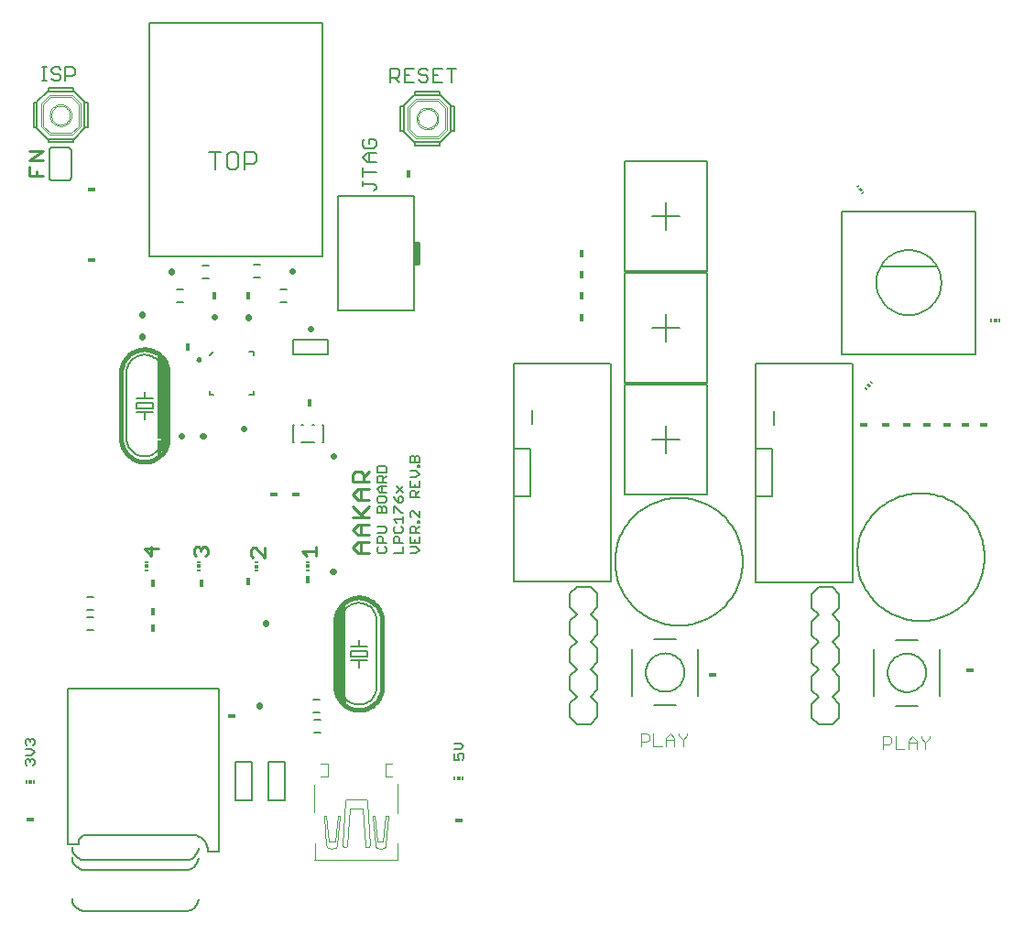
<source format=gto>
G75*
%MOIN*%
%OFA0B0*%
%FSLAX24Y24*%
%IPPOS*%
%LPD*%
%AMOC8*
5,1,8,0,0,1.08239X$1,22.5*
%
%ADD10C,0.0090*%
%ADD11C,0.0110*%
%ADD12C,0.0060*%
%ADD13R,0.0340X0.2780*%
%ADD14R,0.0160X0.0580*%
%ADD15R,0.0200X0.0520*%
%ADD16R,0.0220X0.0300*%
%ADD17R,0.0080X0.0080*%
%ADD18R,0.0280X0.3300*%
%ADD19R,0.0180X0.3560*%
%ADD20R,0.0120X0.0160*%
%ADD21R,0.0100X0.2820*%
%ADD22C,0.0040*%
%ADD23C,0.0160*%
%ADD24R,0.0180X0.0300*%
%ADD25C,0.0220*%
%ADD26R,0.0300X0.0180*%
%ADD27R,0.0118X0.0059*%
%ADD28R,0.0118X0.0118*%
%ADD29C,0.0080*%
%ADD30C,0.0100*%
%ADD31C,0.0050*%
%ADD32R,0.0059X0.0118*%
%ADD33C,0.0030*%
%ADD34R,0.0118X0.0118*%
D10*
X007501Y013046D02*
X007416Y013131D01*
X007416Y013301D01*
X007501Y013386D01*
X007586Y013386D01*
X007672Y013301D01*
X007757Y013386D01*
X007842Y013386D01*
X007927Y013301D01*
X007927Y013131D01*
X007842Y013046D01*
X007672Y013216D02*
X007672Y013301D01*
X006122Y013321D02*
X005612Y013321D01*
X005867Y013066D01*
X005867Y013406D01*
X009486Y013260D02*
X009486Y013090D01*
X009571Y013005D01*
X009486Y013260D02*
X009571Y013345D01*
X009656Y013345D01*
X009997Y013005D01*
X009997Y013345D01*
X011356Y013216D02*
X011526Y013045D01*
X011356Y013216D02*
X011867Y013216D01*
X011867Y013386D02*
X011867Y013045D01*
X001933Y026895D02*
X001423Y026895D01*
X001423Y027235D01*
X001423Y027447D02*
X001933Y027788D01*
X001423Y027788D01*
X001423Y027447D02*
X001933Y027447D01*
X001678Y027065D02*
X001678Y026895D01*
D11*
X013202Y016037D02*
X013301Y016135D01*
X013498Y016135D01*
X013596Y016037D01*
X013596Y015742D01*
X013596Y015939D02*
X013793Y016135D01*
X013793Y015742D02*
X013202Y015742D01*
X013202Y016037D01*
X013399Y015491D02*
X013793Y015491D01*
X013498Y015491D02*
X013498Y015097D01*
X013399Y015097D02*
X013202Y015294D01*
X013399Y015491D01*
X013399Y015097D02*
X013793Y015097D01*
X013793Y014846D02*
X013498Y014551D01*
X013596Y014453D02*
X013202Y014846D01*
X013202Y014453D02*
X013793Y014453D01*
X013793Y014202D02*
X013399Y014202D01*
X013202Y014005D01*
X013399Y013808D01*
X013793Y013808D01*
X013793Y013557D02*
X013399Y013557D01*
X013202Y013360D01*
X013399Y013164D01*
X013793Y013164D01*
X013498Y013164D02*
X013498Y013557D01*
X013498Y013808D02*
X013498Y014202D01*
D12*
X014078Y014122D02*
X014361Y014122D01*
X014418Y014065D01*
X014418Y013952D01*
X014361Y013895D01*
X014078Y013895D01*
X014134Y013754D02*
X014248Y013754D01*
X014304Y013697D01*
X014304Y013527D01*
X014418Y013527D02*
X014078Y013527D01*
X014078Y013697D01*
X014134Y013754D01*
X014134Y013385D02*
X014078Y013329D01*
X014078Y013215D01*
X014134Y013159D01*
X014361Y013159D01*
X014418Y013215D01*
X014418Y013329D01*
X014361Y013385D01*
X014678Y013527D02*
X014678Y013697D01*
X014734Y013754D01*
X014848Y013754D01*
X014904Y013697D01*
X014904Y013527D01*
X015018Y013527D02*
X014678Y013527D01*
X015018Y013385D02*
X015018Y013159D01*
X014678Y013159D01*
X015278Y013159D02*
X015504Y013159D01*
X015618Y013272D01*
X015504Y013385D01*
X015278Y013385D01*
X015278Y013527D02*
X015618Y013527D01*
X015618Y013754D01*
X015618Y013895D02*
X015278Y013895D01*
X015278Y014065D01*
X015334Y014122D01*
X015448Y014122D01*
X015504Y014065D01*
X015504Y013895D01*
X015504Y014009D02*
X015618Y014122D01*
X015618Y014263D02*
X015618Y014320D01*
X015561Y014320D01*
X015561Y014263D01*
X015618Y014263D01*
X015618Y014448D02*
X015391Y014674D01*
X015334Y014674D01*
X015278Y014618D01*
X015278Y014504D01*
X015334Y014448D01*
X015618Y014448D02*
X015618Y014674D01*
X015618Y015184D02*
X015278Y015184D01*
X015278Y015354D01*
X015334Y015411D01*
X015448Y015411D01*
X015504Y015354D01*
X015504Y015184D01*
X015504Y015298D02*
X015618Y015411D01*
X015618Y015553D02*
X015618Y015779D01*
X015504Y015921D02*
X015618Y016034D01*
X015504Y016148D01*
X015278Y016148D01*
X015278Y015921D02*
X015504Y015921D01*
X015448Y015666D02*
X015448Y015553D01*
X015278Y015553D02*
X015618Y015553D01*
X015278Y015553D02*
X015278Y015779D01*
X015018Y015595D02*
X014791Y015368D01*
X014678Y015227D02*
X014734Y015114D01*
X014848Y015000D01*
X014848Y015170D01*
X014904Y015227D01*
X014961Y015227D01*
X015018Y015170D01*
X015018Y015057D01*
X014961Y015000D01*
X014848Y015000D01*
X014734Y014859D02*
X014961Y014632D01*
X015018Y014632D01*
X015018Y014490D02*
X015018Y014263D01*
X015018Y014377D02*
X014678Y014377D01*
X014791Y014263D01*
X014734Y014122D02*
X014678Y014065D01*
X014678Y013952D01*
X014734Y013895D01*
X014961Y013895D01*
X015018Y013952D01*
X015018Y014065D01*
X014961Y014122D01*
X015278Y013754D02*
X015278Y013527D01*
X015448Y013527D02*
X015448Y013640D01*
X014678Y014632D02*
X014678Y014859D01*
X014734Y014859D01*
X014418Y014802D02*
X014418Y014632D01*
X014078Y014632D01*
X014078Y014802D01*
X014134Y014859D01*
X014191Y014859D01*
X014248Y014802D01*
X014248Y014632D01*
X014248Y014802D02*
X014304Y014859D01*
X014361Y014859D01*
X014418Y014802D01*
X014361Y015000D02*
X014418Y015057D01*
X014418Y015170D01*
X014361Y015227D01*
X014134Y015227D01*
X014078Y015170D01*
X014078Y015057D01*
X014134Y015000D01*
X014361Y015000D01*
X014418Y015368D02*
X014191Y015368D01*
X014078Y015482D01*
X014191Y015595D01*
X014418Y015595D01*
X014418Y015737D02*
X014078Y015737D01*
X014078Y015907D01*
X014134Y015964D01*
X014248Y015964D01*
X014304Y015907D01*
X014304Y015737D01*
X014304Y015850D02*
X014418Y015964D01*
X014418Y016105D02*
X014078Y016105D01*
X014078Y016275D01*
X014134Y016332D01*
X014361Y016332D01*
X014418Y016275D01*
X014418Y016105D01*
X014248Y015595D02*
X014248Y015368D01*
X014791Y015595D02*
X015018Y015368D01*
X015561Y016289D02*
X015561Y016346D01*
X015618Y016346D01*
X015618Y016289D01*
X015561Y016289D01*
X015618Y016473D02*
X015278Y016473D01*
X015278Y016644D01*
X015334Y016700D01*
X015391Y016700D01*
X015448Y016644D01*
X015448Y016473D01*
X015618Y016473D02*
X015618Y016644D01*
X015561Y016700D01*
X015504Y016700D01*
X015448Y016644D01*
X010781Y022286D02*
X010545Y022286D01*
X010545Y022759D02*
X010781Y022759D01*
X009821Y023186D02*
X009585Y023186D01*
X009585Y023659D02*
X009821Y023659D01*
X007961Y023639D02*
X007725Y023639D01*
X007725Y023166D02*
X007961Y023166D01*
X007041Y022759D02*
X006805Y022759D01*
X006805Y022286D02*
X007041Y022286D01*
X006268Y019727D02*
X006268Y017327D01*
X006266Y017277D01*
X006260Y017228D01*
X006251Y017179D01*
X006238Y017131D01*
X006221Y017084D01*
X006201Y017039D01*
X006177Y016995D01*
X006150Y016953D01*
X006119Y016913D01*
X006086Y016876D01*
X006050Y016842D01*
X006012Y016810D01*
X005971Y016781D01*
X005929Y016756D01*
X005884Y016734D01*
X005838Y016715D01*
X005790Y016700D01*
X005742Y016689D01*
X005693Y016681D01*
X005643Y016677D01*
X005593Y016677D01*
X005543Y016681D01*
X005494Y016689D01*
X005446Y016700D01*
X005398Y016715D01*
X005352Y016734D01*
X005307Y016756D01*
X005265Y016781D01*
X005224Y016810D01*
X005186Y016842D01*
X005150Y016876D01*
X005117Y016913D01*
X005086Y016953D01*
X005059Y016995D01*
X005035Y017039D01*
X005015Y017084D01*
X004998Y017131D01*
X004985Y017179D01*
X004976Y017228D01*
X004970Y017277D01*
X004968Y017327D01*
X004968Y019727D01*
X004970Y019777D01*
X004976Y019826D01*
X004985Y019875D01*
X004998Y019923D01*
X005015Y019970D01*
X005035Y020015D01*
X005059Y020059D01*
X005086Y020101D01*
X005117Y020141D01*
X005150Y020178D01*
X005186Y020212D01*
X005224Y020244D01*
X005265Y020273D01*
X005307Y020298D01*
X005352Y020320D01*
X005398Y020339D01*
X005446Y020354D01*
X005494Y020365D01*
X005543Y020373D01*
X005593Y020377D01*
X005643Y020377D01*
X005693Y020373D01*
X005742Y020365D01*
X005790Y020354D01*
X005838Y020339D01*
X005884Y020320D01*
X005929Y020298D01*
X005971Y020273D01*
X006012Y020244D01*
X006050Y020212D01*
X006086Y020178D01*
X006119Y020141D01*
X006150Y020101D01*
X006177Y020059D01*
X006201Y020015D01*
X006221Y019970D01*
X006238Y019923D01*
X006251Y019875D01*
X006260Y019826D01*
X006266Y019777D01*
X006268Y019727D01*
X005618Y019027D02*
X005618Y018777D01*
X005318Y018777D01*
X005318Y018627D02*
X005918Y018627D01*
X005918Y018427D01*
X005318Y018427D01*
X005318Y018627D01*
X005618Y018777D02*
X005918Y018777D01*
X005918Y018277D02*
X005618Y018277D01*
X005618Y018027D01*
X005618Y018277D02*
X005318Y018277D01*
X003762Y011549D02*
X003526Y011549D01*
X003526Y011077D02*
X003762Y011077D01*
X003767Y010835D02*
X003531Y010835D01*
X003531Y010362D02*
X003767Y010362D01*
X001562Y006390D02*
X001619Y006333D01*
X001619Y006219D01*
X001562Y006163D01*
X001505Y006021D02*
X001278Y006021D01*
X001335Y006163D02*
X001278Y006219D01*
X001278Y006333D01*
X001335Y006390D01*
X001392Y006390D01*
X001448Y006333D01*
X001505Y006390D01*
X001562Y006390D01*
X001448Y006333D02*
X001448Y006276D01*
X001505Y006021D02*
X001619Y005908D01*
X001505Y005794D01*
X001278Y005794D01*
X001335Y005653D02*
X001392Y005653D01*
X001448Y005596D01*
X001505Y005653D01*
X001562Y005653D01*
X001619Y005596D01*
X001619Y005483D01*
X001562Y005426D01*
X001448Y005540D02*
X001448Y005596D01*
X001335Y005653D02*
X001278Y005596D01*
X001278Y005483D01*
X001335Y005426D01*
X011778Y006624D02*
X012014Y006624D01*
X012014Y007096D02*
X011778Y007096D01*
X011773Y007345D02*
X012009Y007345D01*
X012009Y007818D02*
X011773Y007818D01*
X012767Y008290D02*
X012767Y010690D01*
X012769Y010740D01*
X012775Y010789D01*
X012784Y010838D01*
X012797Y010886D01*
X012814Y010933D01*
X012834Y010978D01*
X012858Y011022D01*
X012885Y011064D01*
X012916Y011104D01*
X012949Y011141D01*
X012985Y011175D01*
X013023Y011207D01*
X013064Y011236D01*
X013106Y011261D01*
X013151Y011283D01*
X013197Y011302D01*
X013245Y011317D01*
X013293Y011328D01*
X013342Y011336D01*
X013392Y011340D01*
X013442Y011340D01*
X013492Y011336D01*
X013541Y011328D01*
X013589Y011317D01*
X013637Y011302D01*
X013683Y011283D01*
X013728Y011261D01*
X013770Y011236D01*
X013811Y011207D01*
X013849Y011175D01*
X013885Y011141D01*
X013918Y011104D01*
X013949Y011064D01*
X013976Y011022D01*
X014000Y010978D01*
X014020Y010933D01*
X014037Y010886D01*
X014050Y010838D01*
X014059Y010789D01*
X014065Y010740D01*
X014067Y010690D01*
X014067Y008290D01*
X014065Y008240D01*
X014059Y008191D01*
X014050Y008142D01*
X014037Y008094D01*
X014020Y008047D01*
X014000Y008002D01*
X013976Y007958D01*
X013949Y007916D01*
X013918Y007876D01*
X013885Y007839D01*
X013849Y007805D01*
X013811Y007773D01*
X013770Y007744D01*
X013728Y007719D01*
X013683Y007697D01*
X013637Y007678D01*
X013589Y007663D01*
X013541Y007652D01*
X013492Y007644D01*
X013442Y007640D01*
X013392Y007640D01*
X013342Y007644D01*
X013293Y007652D01*
X013245Y007663D01*
X013197Y007678D01*
X013151Y007697D01*
X013106Y007719D01*
X013064Y007744D01*
X013023Y007773D01*
X012985Y007805D01*
X012949Y007839D01*
X012916Y007876D01*
X012885Y007916D01*
X012858Y007958D01*
X012834Y008002D01*
X012814Y008047D01*
X012797Y008094D01*
X012784Y008142D01*
X012775Y008191D01*
X012769Y008240D01*
X012767Y008290D01*
X013417Y008990D02*
X013417Y009240D01*
X013717Y009240D01*
X013717Y009390D02*
X013117Y009390D01*
X013117Y009590D01*
X013717Y009590D01*
X013717Y009390D01*
X013417Y009240D02*
X013117Y009240D01*
X013117Y009740D02*
X013417Y009740D01*
X013417Y009990D01*
X013417Y009740D02*
X013717Y009740D01*
X016901Y006234D02*
X017128Y006234D01*
X017241Y006121D01*
X017128Y006007D01*
X016901Y006007D01*
X016901Y005866D02*
X016901Y005639D01*
X017071Y005639D01*
X017014Y005753D01*
X017014Y005809D01*
X017071Y005866D01*
X017184Y005866D01*
X017241Y005809D01*
X017241Y005696D01*
X017184Y005639D01*
X013964Y026346D02*
X014048Y026429D01*
X014048Y026512D01*
X013964Y026596D01*
X013547Y026596D01*
X013547Y026679D02*
X013547Y026512D01*
X013547Y026861D02*
X013547Y027195D01*
X013547Y027028D02*
X014048Y027028D01*
X014048Y027377D02*
X013714Y027377D01*
X013547Y027544D01*
X013714Y027711D01*
X014048Y027711D01*
X013964Y027893D02*
X013631Y027893D01*
X013547Y027976D01*
X013547Y028143D01*
X013631Y028226D01*
X013798Y028226D02*
X013798Y028059D01*
X013798Y028226D02*
X013964Y028226D01*
X014048Y028143D01*
X014048Y027976D01*
X013964Y027893D01*
X013798Y027711D02*
X013798Y027377D01*
X014931Y028531D02*
X014931Y029423D01*
X015056Y029423D01*
X015056Y029457D02*
X015056Y028531D01*
X014931Y028531D01*
X015056Y028531D02*
X015056Y028497D01*
X015435Y028118D01*
X016361Y028118D01*
X016361Y027993D01*
X015469Y027993D01*
X015469Y028118D01*
X016361Y028118D02*
X016395Y028118D01*
X016774Y028497D01*
X016774Y029423D01*
X016899Y029423D01*
X016899Y028531D01*
X016774Y028531D01*
X016774Y029423D02*
X016774Y029457D01*
X016395Y029836D01*
X015469Y029836D01*
X015469Y029961D01*
X016361Y029961D01*
X016361Y029836D01*
X016449Y030291D02*
X016115Y030291D01*
X016115Y030792D01*
X016449Y030792D01*
X016631Y030792D02*
X016964Y030792D01*
X016798Y030792D02*
X016798Y030291D01*
X016282Y030541D02*
X016115Y030541D01*
X015933Y030458D02*
X015850Y030541D01*
X015683Y030541D01*
X015599Y030625D01*
X015599Y030708D01*
X015683Y030792D01*
X015850Y030792D01*
X015933Y030708D01*
X015933Y030458D02*
X015933Y030375D01*
X015850Y030291D01*
X015683Y030291D01*
X015599Y030375D01*
X015417Y030291D02*
X015084Y030291D01*
X015084Y030792D01*
X015417Y030792D01*
X015251Y030541D02*
X015084Y030541D01*
X014902Y030541D02*
X014818Y030458D01*
X014568Y030458D01*
X014568Y030291D02*
X014568Y030792D01*
X014818Y030792D01*
X014902Y030708D01*
X014902Y030541D01*
X014735Y030458D02*
X014902Y030291D01*
X015435Y029836D02*
X015056Y029457D01*
X015435Y029836D02*
X015469Y029836D01*
X009684Y027652D02*
X009684Y027439D01*
X009577Y027332D01*
X009257Y027332D01*
X009257Y027119D02*
X009257Y027759D01*
X009577Y027759D01*
X009684Y027652D01*
X009039Y027652D02*
X009039Y027225D01*
X008933Y027119D01*
X008719Y027119D01*
X008612Y027225D01*
X008612Y027652D01*
X008719Y027759D01*
X008933Y027759D01*
X009039Y027652D01*
X008395Y027759D02*
X007968Y027759D01*
X008181Y027759D02*
X008181Y027119D01*
X003553Y028649D02*
X003427Y028649D01*
X003428Y028615D02*
X003428Y029541D01*
X003553Y029541D01*
X003553Y028649D01*
X003428Y028615D02*
X003048Y028236D01*
X003015Y028236D01*
X003015Y028111D01*
X002122Y028111D01*
X002122Y028236D01*
X002089Y028236D02*
X003015Y028236D01*
X002845Y027927D02*
X002245Y027927D01*
X002228Y027925D01*
X002211Y027921D01*
X002195Y027914D01*
X002181Y027904D01*
X002168Y027891D01*
X002158Y027877D01*
X002151Y027861D01*
X002147Y027844D01*
X002145Y027827D01*
X002145Y026827D01*
X002147Y026810D01*
X002151Y026793D01*
X002158Y026777D01*
X002168Y026763D01*
X002181Y026750D01*
X002195Y026740D01*
X002211Y026733D01*
X002228Y026729D01*
X002245Y026727D01*
X002845Y026727D01*
X002862Y026729D01*
X002879Y026733D01*
X002895Y026740D01*
X002909Y026750D01*
X002922Y026763D01*
X002932Y026777D01*
X002939Y026793D01*
X002943Y026810D01*
X002945Y026827D01*
X002945Y027827D01*
X002943Y027844D01*
X002939Y027861D01*
X002932Y027877D01*
X002922Y027891D01*
X002909Y027904D01*
X002895Y027914D01*
X002879Y027921D01*
X002862Y027925D01*
X002845Y027927D01*
X002089Y028236D02*
X001710Y028615D01*
X001710Y028649D01*
X001584Y028649D01*
X001584Y029541D01*
X001710Y029541D01*
X001710Y029575D02*
X001710Y028649D01*
X001710Y029575D02*
X002089Y029954D01*
X002122Y029954D01*
X002122Y030079D01*
X003015Y030079D01*
X003015Y029954D01*
X003048Y029954D02*
X003428Y029575D01*
X003428Y029541D01*
X003048Y029954D02*
X002122Y029954D01*
X002051Y030353D02*
X001884Y030353D01*
X001967Y030353D02*
X001967Y030853D01*
X001884Y030853D02*
X002051Y030853D01*
X002228Y030770D02*
X002228Y030686D01*
X002311Y030603D01*
X002478Y030603D01*
X002561Y030519D01*
X002561Y030436D01*
X002478Y030353D01*
X002311Y030353D01*
X002228Y030436D01*
X002228Y030770D02*
X002311Y030853D01*
X002478Y030853D01*
X002561Y030770D01*
X002743Y030853D02*
X002743Y030353D01*
X002743Y030519D02*
X002994Y030519D01*
X003077Y030603D01*
X003077Y030770D01*
X002994Y030853D01*
X002743Y030853D01*
D13*
X006248Y018679D03*
D14*
X006158Y016999D03*
D15*
X006318Y017129D03*
D16*
X006188Y020199D03*
D17*
X006298Y020069D03*
D18*
X012798Y009539D03*
D19*
X012848Y009549D03*
D20*
X012878Y007749D03*
D21*
X012648Y009539D03*
D22*
X012300Y005479D02*
X012015Y005479D01*
X012300Y005479D02*
X012300Y005034D01*
X012015Y005034D01*
X011809Y004708D02*
X011809Y003710D01*
X012158Y003606D02*
X012240Y003606D01*
X012342Y002666D01*
X012547Y002666D01*
X012649Y003606D01*
X012731Y003606D01*
X012628Y002523D01*
X012629Y002522D02*
X012625Y002503D01*
X012619Y002484D01*
X012609Y002467D01*
X012597Y002451D01*
X012582Y002438D01*
X012565Y002427D01*
X012547Y002420D01*
X012322Y002420D02*
X012304Y002427D01*
X012287Y002438D01*
X012272Y002451D01*
X012260Y002467D01*
X012250Y002484D01*
X012244Y002503D01*
X012240Y002522D01*
X012240Y002523D02*
X012158Y003606D01*
X012322Y002421D02*
X012359Y002412D01*
X012396Y002406D01*
X012434Y002404D01*
X012472Y002406D01*
X012509Y002412D01*
X012546Y002421D01*
X012833Y002523D02*
X012915Y004117D01*
X012914Y004117D02*
X012917Y004135D01*
X012924Y004152D01*
X012933Y004167D01*
X012946Y004180D01*
X012961Y004189D01*
X012978Y004196D01*
X012996Y004199D01*
X012996Y004198D02*
X013650Y004198D01*
X013651Y004199D02*
X013669Y004196D01*
X013686Y004189D01*
X013701Y004180D01*
X013714Y004167D01*
X013723Y004152D01*
X013730Y004135D01*
X013733Y004117D01*
X013732Y004117D02*
X013814Y002523D01*
X013812Y002507D01*
X013808Y002492D01*
X013800Y002477D01*
X013790Y002465D01*
X013778Y002455D01*
X013763Y002447D01*
X013748Y002443D01*
X013732Y002441D01*
X013716Y002443D01*
X013701Y002447D01*
X013686Y002455D01*
X013674Y002465D01*
X013664Y002477D01*
X013656Y002492D01*
X013652Y002507D01*
X013650Y002523D01*
X013569Y003871D01*
X013078Y003871D01*
X012996Y002523D01*
X012997Y002523D02*
X012995Y002507D01*
X012991Y002492D01*
X012983Y002477D01*
X012973Y002465D01*
X012961Y002455D01*
X012946Y002447D01*
X012931Y002443D01*
X012915Y002441D01*
X012915Y002441D01*
X012899Y002443D01*
X012884Y002447D01*
X012869Y002455D01*
X012857Y002465D01*
X012847Y002477D01*
X012839Y002492D01*
X012835Y002507D01*
X012833Y002523D01*
X011811Y002583D02*
X011811Y001991D01*
X014836Y001991D01*
X014836Y001991D01*
X014836Y002583D01*
X014407Y002523D02*
X014488Y003606D01*
X014407Y003606D01*
X014304Y002666D01*
X014100Y002666D01*
X013998Y003606D01*
X013916Y003606D01*
X014018Y002523D01*
X014018Y002522D02*
X014022Y002503D01*
X014028Y002484D01*
X014038Y002467D01*
X014050Y002451D01*
X014065Y002438D01*
X014082Y002427D01*
X014100Y002420D01*
X014325Y002420D02*
X014343Y002427D01*
X014360Y002438D01*
X014375Y002451D01*
X014387Y002467D01*
X014397Y002484D01*
X014403Y002503D01*
X014407Y002522D01*
X014324Y002421D02*
X014287Y002412D01*
X014250Y002406D01*
X014212Y002404D01*
X014174Y002406D01*
X014137Y002412D01*
X014100Y002421D01*
X014838Y001989D02*
X011809Y001989D01*
X014838Y003690D02*
X014838Y004748D01*
X014632Y005034D02*
X014386Y005034D01*
X014386Y005485D01*
X014635Y005485D01*
X023678Y006129D02*
X023678Y006589D01*
X023908Y006589D01*
X023985Y006512D01*
X023985Y006359D01*
X023908Y006282D01*
X023678Y006282D01*
X024138Y006129D02*
X024445Y006129D01*
X024599Y006129D02*
X024599Y006435D01*
X024752Y006589D01*
X024906Y006435D01*
X024906Y006129D01*
X024906Y006359D02*
X024599Y006359D01*
X025059Y006512D02*
X025213Y006359D01*
X025213Y006129D01*
X025213Y006359D02*
X025366Y006512D01*
X025366Y006589D01*
X025059Y006589D02*
X025059Y006512D01*
X024138Y006589D02*
X024138Y006129D01*
X032498Y006182D02*
X032728Y006182D01*
X032805Y006259D01*
X032805Y006412D01*
X032728Y006489D01*
X032498Y006489D01*
X032498Y006029D01*
X032958Y006029D02*
X032958Y006489D01*
X032958Y006029D02*
X033265Y006029D01*
X033419Y006029D02*
X033419Y006335D01*
X033572Y006489D01*
X033726Y006335D01*
X033726Y006029D01*
X033726Y006259D02*
X033419Y006259D01*
X033879Y006412D02*
X034033Y006259D01*
X034033Y006029D01*
X034033Y006259D02*
X034186Y006412D01*
X034186Y006489D01*
X033879Y006489D02*
X033879Y006412D01*
D23*
X014267Y008290D02*
X014267Y010690D01*
X014265Y010747D01*
X014259Y010803D01*
X014250Y010859D01*
X014237Y010915D01*
X014220Y010969D01*
X014200Y011022D01*
X014176Y011073D01*
X014148Y011123D01*
X014118Y011171D01*
X014084Y011217D01*
X014047Y011260D01*
X014008Y011301D01*
X013966Y011339D01*
X013921Y011374D01*
X013874Y011406D01*
X013825Y011435D01*
X013775Y011461D01*
X013722Y011483D01*
X013669Y011502D01*
X013614Y011517D01*
X013558Y011528D01*
X013502Y011536D01*
X013445Y011540D01*
X013389Y011540D01*
X013332Y011536D01*
X013276Y011528D01*
X013220Y011517D01*
X013165Y011502D01*
X013112Y011483D01*
X013059Y011461D01*
X013009Y011435D01*
X012960Y011406D01*
X012913Y011374D01*
X012868Y011339D01*
X012826Y011301D01*
X012787Y011260D01*
X012750Y011217D01*
X012716Y011171D01*
X012686Y011123D01*
X012658Y011073D01*
X012634Y011022D01*
X012614Y010969D01*
X012597Y010915D01*
X012584Y010859D01*
X012575Y010803D01*
X012569Y010747D01*
X012567Y010690D01*
X012567Y008290D01*
X012569Y008233D01*
X012575Y008177D01*
X012584Y008121D01*
X012597Y008065D01*
X012614Y008011D01*
X012634Y007958D01*
X012658Y007907D01*
X012686Y007857D01*
X012716Y007809D01*
X012750Y007763D01*
X012787Y007720D01*
X012826Y007679D01*
X012868Y007641D01*
X012913Y007606D01*
X012960Y007574D01*
X013009Y007545D01*
X013059Y007519D01*
X013112Y007497D01*
X013165Y007478D01*
X013220Y007463D01*
X013276Y007452D01*
X013332Y007444D01*
X013389Y007440D01*
X013445Y007440D01*
X013502Y007444D01*
X013558Y007452D01*
X013614Y007463D01*
X013669Y007478D01*
X013722Y007497D01*
X013775Y007519D01*
X013825Y007545D01*
X013874Y007574D01*
X013921Y007606D01*
X013966Y007641D01*
X014008Y007679D01*
X014047Y007720D01*
X014084Y007763D01*
X014118Y007809D01*
X014148Y007857D01*
X014176Y007907D01*
X014200Y007958D01*
X014220Y008011D01*
X014237Y008065D01*
X014250Y008121D01*
X014259Y008177D01*
X014265Y008233D01*
X014267Y008290D01*
X006468Y017327D02*
X006468Y019727D01*
X006466Y019784D01*
X006460Y019840D01*
X006451Y019896D01*
X006438Y019952D01*
X006421Y020006D01*
X006401Y020059D01*
X006377Y020110D01*
X006349Y020160D01*
X006319Y020208D01*
X006285Y020254D01*
X006248Y020297D01*
X006209Y020338D01*
X006167Y020376D01*
X006122Y020411D01*
X006075Y020443D01*
X006026Y020472D01*
X005976Y020498D01*
X005923Y020520D01*
X005870Y020539D01*
X005815Y020554D01*
X005759Y020565D01*
X005703Y020573D01*
X005646Y020577D01*
X005590Y020577D01*
X005533Y020573D01*
X005477Y020565D01*
X005421Y020554D01*
X005366Y020539D01*
X005313Y020520D01*
X005260Y020498D01*
X005210Y020472D01*
X005161Y020443D01*
X005114Y020411D01*
X005069Y020376D01*
X005027Y020338D01*
X004988Y020297D01*
X004951Y020254D01*
X004917Y020208D01*
X004887Y020160D01*
X004859Y020110D01*
X004835Y020059D01*
X004815Y020006D01*
X004798Y019952D01*
X004785Y019896D01*
X004776Y019840D01*
X004770Y019784D01*
X004768Y019727D01*
X004768Y017327D01*
X004770Y017270D01*
X004776Y017214D01*
X004785Y017158D01*
X004798Y017102D01*
X004815Y017048D01*
X004835Y016995D01*
X004859Y016944D01*
X004887Y016894D01*
X004917Y016846D01*
X004951Y016800D01*
X004988Y016757D01*
X005027Y016716D01*
X005069Y016678D01*
X005114Y016643D01*
X005161Y016611D01*
X005210Y016582D01*
X005260Y016556D01*
X005313Y016534D01*
X005366Y016515D01*
X005421Y016500D01*
X005477Y016489D01*
X005533Y016481D01*
X005590Y016477D01*
X005646Y016477D01*
X005703Y016481D01*
X005759Y016489D01*
X005815Y016500D01*
X005870Y016515D01*
X005923Y016534D01*
X005976Y016556D01*
X006026Y016582D01*
X006075Y016611D01*
X006122Y016643D01*
X006167Y016678D01*
X006209Y016716D01*
X006248Y016757D01*
X006285Y016800D01*
X006319Y016846D01*
X006349Y016894D01*
X006377Y016944D01*
X006401Y016995D01*
X006421Y017048D01*
X006438Y017102D01*
X006451Y017158D01*
X006460Y017214D01*
X006466Y017270D01*
X006468Y017327D01*
D24*
X007192Y020672D03*
X008163Y022522D03*
X009403Y022522D03*
X011624Y018623D03*
X011553Y012181D03*
X009388Y012132D03*
X007698Y012064D03*
X005928Y012069D03*
X005920Y011024D03*
X005925Y010438D03*
X021526Y021735D03*
X021526Y022529D03*
X021528Y023303D03*
X021513Y024064D03*
X015243Y026952D03*
D25*
X011003Y023434D02*
X011003Y023410D01*
X009407Y021762D02*
X009407Y021738D01*
X008165Y021744D02*
X008165Y021768D01*
X006593Y023390D02*
X006593Y023414D01*
X005523Y021854D02*
X005523Y021830D01*
X005517Y021054D02*
X005517Y021030D01*
X006949Y017437D02*
X006973Y017437D01*
X007742Y017437D02*
X007766Y017437D01*
X009211Y017692D02*
X009235Y017692D01*
X012482Y016690D02*
X012506Y016690D01*
X012466Y012502D02*
X012490Y012502D01*
X010031Y010621D02*
X010031Y010597D01*
X009803Y007623D02*
X009803Y007599D01*
X011664Y021312D02*
X011664Y021336D01*
D26*
X011128Y015281D03*
X010326Y015279D03*
X008784Y007229D03*
X001460Y003469D03*
X017057Y003412D03*
X026298Y008729D03*
X035658Y008879D03*
X035496Y017825D03*
X036168Y017825D03*
X034813Y017824D03*
X034083Y017828D03*
X033357Y017827D03*
X032591Y017827D03*
X031810Y017825D03*
X003703Y023807D03*
X003702Y026374D03*
D27*
X005704Y012827D03*
X005704Y012532D03*
X007604Y012527D03*
X007604Y012822D03*
X009704Y012812D03*
X009704Y012517D03*
X011564Y012527D03*
X011564Y012822D03*
D28*
X011564Y012674D03*
X009704Y012664D03*
X007604Y012674D03*
X005704Y012679D03*
X001460Y004833D03*
X017057Y004952D03*
X036578Y021616D03*
D29*
X031403Y020057D02*
X031403Y012104D01*
X027860Y012104D01*
X027860Y015215D01*
X028450Y015215D01*
X028450Y016947D01*
X027860Y016947D01*
X027860Y020057D01*
X031363Y020057D01*
X028539Y018331D02*
X028539Y017831D01*
X027860Y016947D02*
X027860Y015215D01*
X022745Y012841D02*
X022747Y012937D01*
X022753Y013033D01*
X022763Y013128D01*
X022777Y013223D01*
X022794Y013318D01*
X022816Y013411D01*
X022842Y013504D01*
X022871Y013595D01*
X022904Y013685D01*
X022941Y013774D01*
X022981Y013861D01*
X023025Y013947D01*
X023072Y014030D01*
X023123Y014112D01*
X023177Y014191D01*
X023235Y014268D01*
X023295Y014342D01*
X023359Y014414D01*
X023425Y014484D01*
X023495Y014550D01*
X023567Y014614D01*
X023641Y014674D01*
X023718Y014732D01*
X023797Y014786D01*
X023879Y014837D01*
X023962Y014884D01*
X024048Y014928D01*
X024135Y014968D01*
X024224Y015005D01*
X024314Y015038D01*
X024405Y015067D01*
X024498Y015093D01*
X024591Y015115D01*
X024686Y015132D01*
X024781Y015146D01*
X024876Y015156D01*
X024972Y015162D01*
X025068Y015164D01*
X025164Y015162D01*
X025260Y015156D01*
X025355Y015146D01*
X025450Y015132D01*
X025545Y015115D01*
X025638Y015093D01*
X025731Y015067D01*
X025822Y015038D01*
X025912Y015005D01*
X026001Y014968D01*
X026088Y014928D01*
X026174Y014884D01*
X026257Y014837D01*
X026339Y014786D01*
X026418Y014732D01*
X026495Y014674D01*
X026569Y014614D01*
X026641Y014550D01*
X026711Y014484D01*
X026777Y014414D01*
X026841Y014342D01*
X026901Y014268D01*
X026959Y014191D01*
X027013Y014112D01*
X027064Y014030D01*
X027111Y013947D01*
X027155Y013861D01*
X027195Y013774D01*
X027232Y013685D01*
X027265Y013595D01*
X027294Y013504D01*
X027320Y013411D01*
X027342Y013318D01*
X027359Y013223D01*
X027373Y013128D01*
X027383Y013033D01*
X027389Y012937D01*
X027391Y012841D01*
X027389Y012745D01*
X027383Y012649D01*
X027373Y012554D01*
X027359Y012459D01*
X027342Y012364D01*
X027320Y012271D01*
X027294Y012178D01*
X027265Y012087D01*
X027232Y011997D01*
X027195Y011908D01*
X027155Y011821D01*
X027111Y011735D01*
X027064Y011652D01*
X027013Y011570D01*
X026959Y011491D01*
X026901Y011414D01*
X026841Y011340D01*
X026777Y011268D01*
X026711Y011198D01*
X026641Y011132D01*
X026569Y011068D01*
X026495Y011008D01*
X026418Y010950D01*
X026339Y010896D01*
X026257Y010845D01*
X026174Y010798D01*
X026088Y010754D01*
X026001Y010714D01*
X025912Y010677D01*
X025822Y010644D01*
X025731Y010615D01*
X025638Y010589D01*
X025545Y010567D01*
X025450Y010550D01*
X025355Y010536D01*
X025260Y010526D01*
X025164Y010520D01*
X025068Y010518D01*
X024972Y010520D01*
X024876Y010526D01*
X024781Y010536D01*
X024686Y010550D01*
X024591Y010567D01*
X024498Y010589D01*
X024405Y010615D01*
X024314Y010644D01*
X024224Y010677D01*
X024135Y010714D01*
X024048Y010754D01*
X023962Y010798D01*
X023879Y010845D01*
X023797Y010896D01*
X023718Y010950D01*
X023641Y011008D01*
X023567Y011068D01*
X023495Y011132D01*
X023425Y011198D01*
X023359Y011268D01*
X023295Y011340D01*
X023235Y011414D01*
X023177Y011491D01*
X023123Y011570D01*
X023072Y011652D01*
X023025Y011735D01*
X022981Y011821D01*
X022941Y011908D01*
X022904Y011997D01*
X022871Y012087D01*
X022842Y012178D01*
X022816Y012271D01*
X022794Y012364D01*
X022777Y012459D01*
X022763Y012554D01*
X022753Y012649D01*
X022747Y012745D01*
X022745Y012841D01*
X022603Y012114D02*
X019060Y012114D01*
X019060Y015225D01*
X019650Y015225D01*
X019650Y016957D01*
X019060Y016957D01*
X019060Y020067D01*
X022563Y020067D01*
X022603Y020067D02*
X022603Y012114D01*
X022095Y011675D02*
X022095Y011175D01*
X021845Y010925D01*
X022095Y010675D01*
X022095Y010175D01*
X021845Y009925D01*
X022095Y009675D01*
X022095Y009175D01*
X021845Y008925D01*
X022095Y008675D01*
X022095Y008175D01*
X021845Y007925D01*
X022095Y007675D01*
X022095Y007175D01*
X021845Y006925D01*
X021345Y006925D01*
X021095Y007175D01*
X021095Y007675D01*
X021345Y007925D01*
X021095Y008175D01*
X021095Y008675D01*
X021345Y008925D01*
X021095Y009175D01*
X021095Y009675D01*
X021345Y009925D01*
X021095Y010175D01*
X021095Y010675D01*
X021345Y010925D01*
X021095Y011175D01*
X021095Y011675D01*
X021345Y011925D01*
X021845Y011925D01*
X022095Y011675D01*
X023367Y009657D02*
X023367Y007957D01*
X024167Y007607D02*
X024960Y007607D01*
X025767Y007957D02*
X025767Y009657D01*
X024972Y010007D02*
X024167Y010007D01*
X023867Y008807D02*
X023869Y008859D01*
X023875Y008911D01*
X023885Y008963D01*
X023898Y009013D01*
X023915Y009063D01*
X023936Y009111D01*
X023961Y009157D01*
X023989Y009201D01*
X024020Y009243D01*
X024054Y009283D01*
X024091Y009320D01*
X024131Y009354D01*
X024173Y009385D01*
X024217Y009413D01*
X024263Y009438D01*
X024311Y009459D01*
X024361Y009476D01*
X024411Y009489D01*
X024463Y009499D01*
X024515Y009505D01*
X024567Y009507D01*
X024619Y009505D01*
X024671Y009499D01*
X024723Y009489D01*
X024773Y009476D01*
X024823Y009459D01*
X024871Y009438D01*
X024917Y009413D01*
X024961Y009385D01*
X025003Y009354D01*
X025043Y009320D01*
X025080Y009283D01*
X025114Y009243D01*
X025145Y009201D01*
X025173Y009157D01*
X025198Y009111D01*
X025219Y009063D01*
X025236Y009013D01*
X025249Y008963D01*
X025259Y008911D01*
X025265Y008859D01*
X025267Y008807D01*
X025265Y008755D01*
X025259Y008703D01*
X025249Y008651D01*
X025236Y008601D01*
X025219Y008551D01*
X025198Y008503D01*
X025173Y008457D01*
X025145Y008413D01*
X025114Y008371D01*
X025080Y008331D01*
X025043Y008294D01*
X025003Y008260D01*
X024961Y008229D01*
X024917Y008201D01*
X024871Y008176D01*
X024823Y008155D01*
X024773Y008138D01*
X024723Y008125D01*
X024671Y008115D01*
X024619Y008109D01*
X024567Y008107D01*
X024515Y008109D01*
X024463Y008115D01*
X024411Y008125D01*
X024361Y008138D01*
X024311Y008155D01*
X024263Y008176D01*
X024217Y008201D01*
X024173Y008229D01*
X024131Y008260D01*
X024091Y008294D01*
X024054Y008331D01*
X024020Y008371D01*
X023989Y008413D01*
X023961Y008457D01*
X023936Y008503D01*
X023915Y008551D01*
X023898Y008601D01*
X023885Y008651D01*
X023875Y008703D01*
X023869Y008755D01*
X023867Y008807D01*
X029895Y008665D02*
X029895Y008165D01*
X030145Y007915D01*
X029895Y007665D01*
X029895Y007165D01*
X030145Y006915D01*
X030645Y006915D01*
X030895Y007165D01*
X030895Y007665D01*
X030645Y007915D01*
X030895Y008165D01*
X030895Y008665D01*
X030645Y008915D01*
X030895Y009165D01*
X030895Y009665D01*
X030645Y009915D01*
X030895Y010165D01*
X030895Y010665D01*
X030645Y010915D01*
X030895Y011165D01*
X030895Y011665D01*
X030645Y011915D01*
X030145Y011915D01*
X029895Y011665D01*
X029895Y011165D01*
X030145Y010915D01*
X029895Y010665D01*
X029895Y010165D01*
X030145Y009915D01*
X029895Y009665D01*
X029895Y009165D01*
X030145Y008915D01*
X029895Y008665D01*
X032167Y007947D02*
X032167Y009647D01*
X032967Y009997D02*
X033772Y009997D01*
X034567Y009647D02*
X034567Y007947D01*
X033760Y007597D02*
X032967Y007597D01*
X032667Y008797D02*
X032669Y008849D01*
X032675Y008901D01*
X032685Y008953D01*
X032698Y009003D01*
X032715Y009053D01*
X032736Y009101D01*
X032761Y009147D01*
X032789Y009191D01*
X032820Y009233D01*
X032854Y009273D01*
X032891Y009310D01*
X032931Y009344D01*
X032973Y009375D01*
X033017Y009403D01*
X033063Y009428D01*
X033111Y009449D01*
X033161Y009466D01*
X033211Y009479D01*
X033263Y009489D01*
X033315Y009495D01*
X033367Y009497D01*
X033419Y009495D01*
X033471Y009489D01*
X033523Y009479D01*
X033573Y009466D01*
X033623Y009449D01*
X033671Y009428D01*
X033717Y009403D01*
X033761Y009375D01*
X033803Y009344D01*
X033843Y009310D01*
X033880Y009273D01*
X033914Y009233D01*
X033945Y009191D01*
X033973Y009147D01*
X033998Y009101D01*
X034019Y009053D01*
X034036Y009003D01*
X034049Y008953D01*
X034059Y008901D01*
X034065Y008849D01*
X034067Y008797D01*
X034065Y008745D01*
X034059Y008693D01*
X034049Y008641D01*
X034036Y008591D01*
X034019Y008541D01*
X033998Y008493D01*
X033973Y008447D01*
X033945Y008403D01*
X033914Y008361D01*
X033880Y008321D01*
X033843Y008284D01*
X033803Y008250D01*
X033761Y008219D01*
X033717Y008191D01*
X033671Y008166D01*
X033623Y008145D01*
X033573Y008128D01*
X033523Y008115D01*
X033471Y008105D01*
X033419Y008099D01*
X033367Y008097D01*
X033315Y008099D01*
X033263Y008105D01*
X033211Y008115D01*
X033161Y008128D01*
X033111Y008145D01*
X033063Y008166D01*
X033017Y008191D01*
X032973Y008219D01*
X032931Y008250D01*
X032891Y008284D01*
X032854Y008321D01*
X032820Y008361D01*
X032789Y008403D01*
X032761Y008447D01*
X032736Y008493D01*
X032715Y008541D01*
X032698Y008591D01*
X032685Y008641D01*
X032675Y008693D01*
X032669Y008745D01*
X032667Y008797D01*
X031545Y013011D02*
X031547Y013107D01*
X031553Y013203D01*
X031563Y013298D01*
X031577Y013393D01*
X031594Y013488D01*
X031616Y013581D01*
X031642Y013674D01*
X031671Y013765D01*
X031704Y013855D01*
X031741Y013944D01*
X031781Y014031D01*
X031825Y014117D01*
X031872Y014200D01*
X031923Y014282D01*
X031977Y014361D01*
X032035Y014438D01*
X032095Y014512D01*
X032159Y014584D01*
X032225Y014654D01*
X032295Y014720D01*
X032367Y014784D01*
X032441Y014844D01*
X032518Y014902D01*
X032597Y014956D01*
X032679Y015007D01*
X032762Y015054D01*
X032848Y015098D01*
X032935Y015138D01*
X033024Y015175D01*
X033114Y015208D01*
X033205Y015237D01*
X033298Y015263D01*
X033391Y015285D01*
X033486Y015302D01*
X033581Y015316D01*
X033676Y015326D01*
X033772Y015332D01*
X033868Y015334D01*
X033964Y015332D01*
X034060Y015326D01*
X034155Y015316D01*
X034250Y015302D01*
X034345Y015285D01*
X034438Y015263D01*
X034531Y015237D01*
X034622Y015208D01*
X034712Y015175D01*
X034801Y015138D01*
X034888Y015098D01*
X034974Y015054D01*
X035057Y015007D01*
X035139Y014956D01*
X035218Y014902D01*
X035295Y014844D01*
X035369Y014784D01*
X035441Y014720D01*
X035511Y014654D01*
X035577Y014584D01*
X035641Y014512D01*
X035701Y014438D01*
X035759Y014361D01*
X035813Y014282D01*
X035864Y014200D01*
X035911Y014117D01*
X035955Y014031D01*
X035995Y013944D01*
X036032Y013855D01*
X036065Y013765D01*
X036094Y013674D01*
X036120Y013581D01*
X036142Y013488D01*
X036159Y013393D01*
X036173Y013298D01*
X036183Y013203D01*
X036189Y013107D01*
X036191Y013011D01*
X036189Y012915D01*
X036183Y012819D01*
X036173Y012724D01*
X036159Y012629D01*
X036142Y012534D01*
X036120Y012441D01*
X036094Y012348D01*
X036065Y012257D01*
X036032Y012167D01*
X035995Y012078D01*
X035955Y011991D01*
X035911Y011905D01*
X035864Y011822D01*
X035813Y011740D01*
X035759Y011661D01*
X035701Y011584D01*
X035641Y011510D01*
X035577Y011438D01*
X035511Y011368D01*
X035441Y011302D01*
X035369Y011238D01*
X035295Y011178D01*
X035218Y011120D01*
X035139Y011066D01*
X035057Y011015D01*
X034974Y010968D01*
X034888Y010924D01*
X034801Y010884D01*
X034712Y010847D01*
X034622Y010814D01*
X034531Y010785D01*
X034438Y010759D01*
X034345Y010737D01*
X034250Y010720D01*
X034155Y010706D01*
X034060Y010696D01*
X033964Y010690D01*
X033868Y010688D01*
X033772Y010690D01*
X033676Y010696D01*
X033581Y010706D01*
X033486Y010720D01*
X033391Y010737D01*
X033298Y010759D01*
X033205Y010785D01*
X033114Y010814D01*
X033024Y010847D01*
X032935Y010884D01*
X032848Y010924D01*
X032762Y010968D01*
X032679Y011015D01*
X032597Y011066D01*
X032518Y011120D01*
X032441Y011178D01*
X032367Y011238D01*
X032295Y011302D01*
X032225Y011368D01*
X032159Y011438D01*
X032095Y011510D01*
X032035Y011584D01*
X031977Y011661D01*
X031923Y011740D01*
X031872Y011822D01*
X031825Y011905D01*
X031781Y011991D01*
X031741Y012078D01*
X031704Y012167D01*
X031671Y012257D01*
X031642Y012348D01*
X031616Y012441D01*
X031594Y012534D01*
X031577Y012629D01*
X031563Y012724D01*
X031553Y012819D01*
X031547Y012915D01*
X031545Y013011D01*
X019739Y017841D02*
X019739Y018341D01*
X019060Y016957D02*
X019060Y015225D01*
X015431Y021998D02*
X012675Y021998D01*
X012675Y026147D01*
X015431Y026147D01*
X015431Y024466D01*
X015628Y024466D01*
X015628Y023679D01*
X015431Y023679D01*
X015431Y021998D01*
X015431Y023679D02*
X015431Y024466D01*
X009580Y020490D02*
X009580Y020352D01*
X009580Y020490D02*
X009442Y020490D01*
X008143Y020490D02*
X008005Y020352D01*
X008005Y019053D02*
X008005Y018915D01*
X008143Y018915D01*
X009442Y018915D02*
X009580Y018915D01*
X009580Y019053D01*
D30*
X007543Y020202D02*
X007545Y020215D01*
X007550Y020228D01*
X007559Y020239D01*
X007570Y020246D01*
X007583Y020251D01*
X007596Y020252D01*
X007610Y020249D01*
X007622Y020243D01*
X007632Y020234D01*
X007639Y020222D01*
X007643Y020209D01*
X007643Y020195D01*
X007639Y020182D01*
X007632Y020170D01*
X007622Y020161D01*
X007610Y020155D01*
X007596Y020152D01*
X007583Y020153D01*
X007570Y020158D01*
X007559Y020165D01*
X007550Y020176D01*
X007545Y020189D01*
X007543Y020202D01*
D31*
X003214Y002552D02*
X002821Y002552D01*
X002821Y008221D01*
X008332Y008221D01*
X008332Y002276D01*
X007939Y002276D01*
X007937Y002325D01*
X007931Y002375D01*
X007922Y002423D01*
X007908Y002471D01*
X007891Y002517D01*
X007870Y002562D01*
X007846Y002605D01*
X007819Y002646D01*
X007788Y002685D01*
X007754Y002721D01*
X007718Y002755D01*
X007679Y002786D01*
X007638Y002813D01*
X007595Y002837D01*
X007550Y002858D01*
X007504Y002875D01*
X007456Y002889D01*
X007408Y002898D01*
X007358Y002904D01*
X007309Y002906D01*
X003490Y002906D01*
X003455Y002899D01*
X003421Y002889D01*
X003388Y002875D01*
X003357Y002857D01*
X003328Y002836D01*
X003302Y002812D01*
X003279Y002786D01*
X003259Y002756D01*
X003242Y002725D01*
X003229Y002692D01*
X003219Y002658D01*
X003214Y002623D01*
X003212Y002587D01*
X003214Y002552D01*
X002978Y002449D02*
X002980Y002408D01*
X002985Y002367D01*
X002994Y002327D01*
X003006Y002288D01*
X003022Y002250D01*
X003041Y002213D01*
X003063Y002178D01*
X003088Y002146D01*
X003116Y002115D01*
X003147Y002087D01*
X003179Y002062D01*
X003214Y002040D01*
X003251Y002021D01*
X003289Y002005D01*
X003328Y001993D01*
X003368Y001984D01*
X003409Y001979D01*
X003450Y001977D01*
X007073Y001977D01*
X007073Y001623D02*
X007114Y001621D01*
X007155Y001623D01*
X007196Y001629D01*
X007237Y001638D01*
X007276Y001650D01*
X007314Y001666D01*
X007351Y001685D01*
X007385Y001708D01*
X007418Y001733D01*
X007449Y001761D01*
X007476Y001792D01*
X007501Y001825D01*
X007523Y001860D01*
X007542Y001896D01*
X007558Y001935D01*
X007570Y001974D01*
X007579Y002015D01*
X007584Y002056D01*
X007584Y002410D02*
X007579Y002369D01*
X007570Y002328D01*
X007558Y002289D01*
X007542Y002250D01*
X007523Y002214D01*
X007501Y002179D01*
X007476Y002146D01*
X007449Y002115D01*
X007418Y002087D01*
X007385Y002062D01*
X007351Y002039D01*
X007314Y002020D01*
X007276Y002004D01*
X007237Y001992D01*
X007196Y001983D01*
X007155Y001977D01*
X007114Y001975D01*
X007073Y001977D01*
X007073Y001623D02*
X003450Y001623D01*
X003409Y001625D01*
X003368Y001630D01*
X003328Y001639D01*
X003289Y001651D01*
X003251Y001667D01*
X003214Y001686D01*
X003179Y001708D01*
X003147Y001733D01*
X003116Y001761D01*
X003088Y001792D01*
X003063Y001824D01*
X003041Y001859D01*
X003022Y001896D01*
X003006Y001934D01*
X002994Y001973D01*
X002985Y002013D01*
X002980Y002054D01*
X002978Y002095D01*
X002978Y000599D02*
X002980Y000558D01*
X002985Y000517D01*
X002994Y000477D01*
X003006Y000438D01*
X003022Y000400D01*
X003041Y000363D01*
X003063Y000328D01*
X003088Y000296D01*
X003116Y000265D01*
X003147Y000237D01*
X003179Y000212D01*
X003214Y000190D01*
X003251Y000171D01*
X003289Y000155D01*
X003328Y000143D01*
X003368Y000134D01*
X003409Y000129D01*
X003450Y000127D01*
X007073Y000127D01*
X007114Y000125D01*
X007155Y000127D01*
X007196Y000133D01*
X007237Y000142D01*
X007276Y000154D01*
X007314Y000170D01*
X007351Y000189D01*
X007385Y000212D01*
X007418Y000237D01*
X007449Y000265D01*
X007476Y000296D01*
X007501Y000329D01*
X007523Y000364D01*
X007542Y000400D01*
X007558Y000439D01*
X007570Y000478D01*
X007579Y000519D01*
X007584Y000560D01*
X008940Y004161D02*
X008940Y005561D01*
X009540Y005561D01*
X009540Y004161D01*
X008940Y004161D01*
X010142Y004163D02*
X010142Y005563D01*
X010742Y005563D01*
X010742Y004163D01*
X010142Y004163D01*
X023078Y015289D02*
X023078Y019289D01*
X026078Y019289D01*
X026078Y015289D01*
X023078Y015289D01*
X024578Y016789D02*
X024578Y017789D01*
X025078Y017289D02*
X024078Y017289D01*
X023078Y019349D02*
X023078Y023349D01*
X026078Y023349D01*
X026078Y019349D01*
X023078Y019349D01*
X024578Y020849D02*
X024578Y021849D01*
X025078Y021349D02*
X024078Y021349D01*
X023078Y023409D02*
X026078Y023409D01*
X026078Y027409D01*
X023078Y027409D01*
X023078Y023409D01*
X024578Y024909D02*
X024578Y025909D01*
X024078Y025409D02*
X025078Y025409D01*
X030993Y025600D02*
X030993Y020404D01*
X035875Y020404D01*
X035875Y025600D01*
X030993Y025600D01*
X032411Y023593D02*
X034458Y023593D01*
X032253Y023002D02*
X032255Y023071D01*
X032261Y023139D01*
X032271Y023207D01*
X032285Y023274D01*
X032303Y023341D01*
X032324Y023406D01*
X032350Y023470D01*
X032379Y023532D01*
X032411Y023592D01*
X032447Y023651D01*
X032487Y023707D01*
X032529Y023761D01*
X032575Y023812D01*
X032624Y023861D01*
X032675Y023907D01*
X032729Y023949D01*
X032785Y023989D01*
X032843Y024025D01*
X032904Y024057D01*
X032966Y024086D01*
X033030Y024112D01*
X033095Y024133D01*
X033162Y024151D01*
X033229Y024165D01*
X033297Y024175D01*
X033365Y024181D01*
X033434Y024183D01*
X033503Y024181D01*
X033571Y024175D01*
X033639Y024165D01*
X033706Y024151D01*
X033773Y024133D01*
X033838Y024112D01*
X033902Y024086D01*
X033964Y024057D01*
X034024Y024025D01*
X034083Y023989D01*
X034139Y023949D01*
X034193Y023907D01*
X034244Y023861D01*
X034293Y023812D01*
X034339Y023761D01*
X034381Y023707D01*
X034421Y023651D01*
X034457Y023592D01*
X034489Y023532D01*
X034518Y023470D01*
X034544Y023406D01*
X034565Y023341D01*
X034583Y023274D01*
X034597Y023207D01*
X034607Y023139D01*
X034613Y023071D01*
X034615Y023002D01*
X034613Y022933D01*
X034607Y022865D01*
X034597Y022797D01*
X034583Y022730D01*
X034565Y022663D01*
X034544Y022598D01*
X034518Y022534D01*
X034489Y022472D01*
X034457Y022411D01*
X034421Y022353D01*
X034381Y022297D01*
X034339Y022243D01*
X034293Y022192D01*
X034244Y022143D01*
X034193Y022097D01*
X034139Y022055D01*
X034083Y022015D01*
X034025Y021979D01*
X033964Y021947D01*
X033902Y021918D01*
X033838Y021892D01*
X033773Y021871D01*
X033706Y021853D01*
X033639Y021839D01*
X033571Y021829D01*
X033503Y021823D01*
X033434Y021821D01*
X033365Y021823D01*
X033297Y021829D01*
X033229Y021839D01*
X033162Y021853D01*
X033095Y021871D01*
X033030Y021892D01*
X032966Y021918D01*
X032904Y021947D01*
X032843Y021979D01*
X032785Y022015D01*
X032729Y022055D01*
X032675Y022097D01*
X032624Y022143D01*
X032575Y022192D01*
X032529Y022243D01*
X032487Y022297D01*
X032447Y022353D01*
X032411Y022411D01*
X032379Y022472D01*
X032350Y022534D01*
X032324Y022598D01*
X032303Y022663D01*
X032285Y022730D01*
X032271Y022797D01*
X032261Y022865D01*
X032255Y022933D01*
X032253Y023002D01*
X015603Y023672D02*
X015453Y023672D01*
X015453Y024472D01*
X015603Y024472D01*
X015603Y023672D01*
X015603Y023682D02*
X015453Y023682D01*
X015453Y023730D02*
X015603Y023730D01*
X015603Y023779D02*
X015453Y023779D01*
X015453Y023827D02*
X015603Y023827D01*
X015603Y023876D02*
X015453Y023876D01*
X015453Y023924D02*
X015603Y023924D01*
X015603Y023973D02*
X015453Y023973D01*
X015453Y024021D02*
X015603Y024021D01*
X015603Y024070D02*
X015453Y024070D01*
X015453Y024118D02*
X015603Y024118D01*
X015603Y024167D02*
X015453Y024167D01*
X015453Y024215D02*
X015603Y024215D01*
X015603Y024264D02*
X015453Y024264D01*
X015453Y024312D02*
X015603Y024312D01*
X015603Y024361D02*
X015453Y024361D01*
X015453Y024409D02*
X015603Y024409D01*
X015603Y024458D02*
X015453Y024458D01*
X012103Y023972D02*
X005803Y023972D01*
X005803Y032472D01*
X012103Y032472D01*
X012103Y023972D01*
X012294Y020933D02*
X011034Y020933D01*
X011034Y020382D01*
X012294Y020382D01*
X012294Y020933D01*
X012117Y017827D02*
X012077Y017827D01*
X012117Y017827D02*
X012117Y017197D01*
X012077Y017197D01*
X011802Y017197D02*
X011329Y017197D01*
X011054Y017197D02*
X011014Y017197D01*
X011014Y017827D01*
X011054Y017827D01*
X011329Y017827D02*
X011408Y017827D01*
X011723Y017827D02*
X011802Y017827D01*
D32*
X016910Y004952D03*
X017205Y004952D03*
X001608Y004833D03*
X001313Y004833D03*
G36*
X031819Y019167D02*
X031856Y019212D01*
X031945Y019137D01*
X031908Y019092D01*
X031819Y019167D01*
G37*
G36*
X032009Y019393D02*
X032046Y019438D01*
X032135Y019363D01*
X032098Y019318D01*
X032009Y019393D01*
G37*
X036430Y021616D03*
X036726Y021616D03*
G36*
X031706Y026208D02*
X031677Y026258D01*
X031778Y026316D01*
X031807Y026266D01*
X031706Y026208D01*
G37*
G36*
X031558Y026464D02*
X031529Y026514D01*
X031630Y026572D01*
X031659Y026522D01*
X031558Y026464D01*
G37*
D33*
X016628Y028558D02*
X016334Y028264D01*
X015496Y028264D01*
X015202Y028558D01*
X015202Y029396D01*
X015496Y029690D01*
X016334Y029690D01*
X016628Y029396D01*
X016628Y028558D01*
X016563Y028585D02*
X016307Y028329D01*
X015523Y028329D01*
X015267Y028585D01*
X015267Y029369D01*
X015523Y029625D01*
X016307Y029625D01*
X016563Y029369D01*
X016563Y028585D01*
X015574Y028977D02*
X015576Y029013D01*
X015582Y029049D01*
X015591Y029084D01*
X015604Y029118D01*
X015621Y029150D01*
X015641Y029180D01*
X015664Y029208D01*
X015690Y029234D01*
X015719Y029256D01*
X015750Y029275D01*
X015782Y029291D01*
X015817Y029303D01*
X015852Y029312D01*
X015888Y029317D01*
X015924Y029318D01*
X015960Y029315D01*
X015996Y029308D01*
X016031Y029298D01*
X016064Y029284D01*
X016096Y029266D01*
X016126Y029245D01*
X016153Y029221D01*
X016178Y029195D01*
X016199Y029166D01*
X016218Y029134D01*
X016233Y029101D01*
X016244Y029067D01*
X016252Y029031D01*
X016256Y028995D01*
X016256Y028959D01*
X016252Y028923D01*
X016244Y028887D01*
X016233Y028853D01*
X016218Y028820D01*
X016199Y028788D01*
X016178Y028759D01*
X016153Y028733D01*
X016126Y028709D01*
X016096Y028688D01*
X016064Y028670D01*
X016031Y028656D01*
X015996Y028646D01*
X015960Y028639D01*
X015924Y028636D01*
X015888Y028637D01*
X015852Y028642D01*
X015817Y028651D01*
X015782Y028663D01*
X015750Y028679D01*
X015719Y028698D01*
X015690Y028720D01*
X015664Y028746D01*
X015641Y028774D01*
X015621Y028804D01*
X015604Y028836D01*
X015591Y028870D01*
X015582Y028905D01*
X015576Y028941D01*
X015574Y028977D01*
X015521Y028977D02*
X015523Y029016D01*
X015529Y029055D01*
X015539Y029093D01*
X015552Y029130D01*
X015569Y029165D01*
X015589Y029199D01*
X015613Y029230D01*
X015640Y029259D01*
X015669Y029285D01*
X015701Y029308D01*
X015735Y029328D01*
X015771Y029344D01*
X015808Y029356D01*
X015847Y029365D01*
X015886Y029370D01*
X015925Y029371D01*
X015964Y029368D01*
X016003Y029361D01*
X016040Y029350D01*
X016077Y029336D01*
X016112Y029318D01*
X016145Y029297D01*
X016176Y029272D01*
X016204Y029245D01*
X016229Y029215D01*
X016251Y029182D01*
X016270Y029148D01*
X016285Y029112D01*
X016297Y029074D01*
X016305Y029036D01*
X016309Y028997D01*
X016309Y028957D01*
X016305Y028918D01*
X016297Y028880D01*
X016285Y028842D01*
X016270Y028806D01*
X016251Y028772D01*
X016229Y028739D01*
X016204Y028709D01*
X016176Y028682D01*
X016145Y028657D01*
X016112Y028636D01*
X016077Y028618D01*
X016040Y028604D01*
X016003Y028593D01*
X015964Y028586D01*
X015925Y028583D01*
X015886Y028584D01*
X015847Y028589D01*
X015808Y028598D01*
X015771Y028610D01*
X015735Y028626D01*
X015701Y028646D01*
X015669Y028669D01*
X015640Y028695D01*
X015613Y028724D01*
X015589Y028755D01*
X015569Y028789D01*
X015552Y028824D01*
X015539Y028861D01*
X015529Y028899D01*
X015523Y028938D01*
X015521Y028977D01*
X003282Y028676D02*
X002988Y028382D01*
X002149Y028382D01*
X001855Y028676D01*
X001855Y029514D01*
X002149Y029809D01*
X002988Y029809D01*
X003282Y029514D01*
X003282Y028676D01*
X003216Y028703D02*
X002961Y028448D01*
X002177Y028448D01*
X001921Y028703D01*
X001921Y029487D01*
X002177Y029743D01*
X002961Y029743D01*
X003216Y029487D01*
X003216Y028703D01*
X002228Y029095D02*
X002230Y029131D01*
X002236Y029167D01*
X002245Y029202D01*
X002258Y029236D01*
X002275Y029268D01*
X002295Y029298D01*
X002318Y029326D01*
X002344Y029352D01*
X002373Y029374D01*
X002404Y029393D01*
X002436Y029409D01*
X002471Y029421D01*
X002506Y029430D01*
X002542Y029435D01*
X002578Y029436D01*
X002614Y029433D01*
X002650Y029426D01*
X002685Y029416D01*
X002718Y029402D01*
X002750Y029384D01*
X002780Y029363D01*
X002807Y029339D01*
X002832Y029313D01*
X002853Y029284D01*
X002872Y029252D01*
X002887Y029219D01*
X002898Y029185D01*
X002906Y029149D01*
X002910Y029113D01*
X002910Y029077D01*
X002906Y029041D01*
X002898Y029005D01*
X002887Y028971D01*
X002872Y028938D01*
X002853Y028906D01*
X002832Y028877D01*
X002807Y028851D01*
X002780Y028827D01*
X002750Y028806D01*
X002718Y028788D01*
X002685Y028774D01*
X002650Y028764D01*
X002614Y028757D01*
X002578Y028754D01*
X002542Y028755D01*
X002506Y028760D01*
X002471Y028769D01*
X002436Y028781D01*
X002404Y028797D01*
X002373Y028816D01*
X002344Y028838D01*
X002318Y028864D01*
X002295Y028892D01*
X002275Y028922D01*
X002258Y028954D01*
X002245Y028988D01*
X002236Y029023D01*
X002230Y029059D01*
X002228Y029095D01*
X002175Y029095D02*
X002177Y029134D01*
X002183Y029173D01*
X002193Y029211D01*
X002206Y029248D01*
X002223Y029283D01*
X002243Y029317D01*
X002267Y029348D01*
X002294Y029377D01*
X002323Y029403D01*
X002355Y029426D01*
X002389Y029446D01*
X002425Y029462D01*
X002462Y029474D01*
X002501Y029483D01*
X002540Y029488D01*
X002579Y029489D01*
X002618Y029486D01*
X002657Y029479D01*
X002694Y029468D01*
X002731Y029454D01*
X002766Y029436D01*
X002799Y029415D01*
X002830Y029390D01*
X002858Y029363D01*
X002883Y029333D01*
X002905Y029300D01*
X002924Y029266D01*
X002939Y029230D01*
X002951Y029192D01*
X002959Y029154D01*
X002963Y029115D01*
X002963Y029075D01*
X002959Y029036D01*
X002951Y028998D01*
X002939Y028960D01*
X002924Y028924D01*
X002905Y028890D01*
X002883Y028857D01*
X002858Y028827D01*
X002830Y028800D01*
X002799Y028775D01*
X002766Y028754D01*
X002731Y028736D01*
X002694Y028722D01*
X002657Y028711D01*
X002618Y028704D01*
X002579Y028701D01*
X002540Y028702D01*
X002501Y028707D01*
X002462Y028716D01*
X002425Y028728D01*
X002389Y028744D01*
X002355Y028764D01*
X002323Y028787D01*
X002294Y028813D01*
X002267Y028842D01*
X002243Y028873D01*
X002223Y028907D01*
X002206Y028942D01*
X002193Y028979D01*
X002183Y029017D01*
X002177Y029056D01*
X002175Y029095D01*
D34*
G36*
X031647Y026310D02*
X031588Y026411D01*
X031689Y026470D01*
X031748Y026369D01*
X031647Y026310D01*
G37*
G36*
X031894Y019258D02*
X031970Y019348D01*
X032060Y019272D01*
X031984Y019182D01*
X031894Y019258D01*
G37*
M02*

</source>
